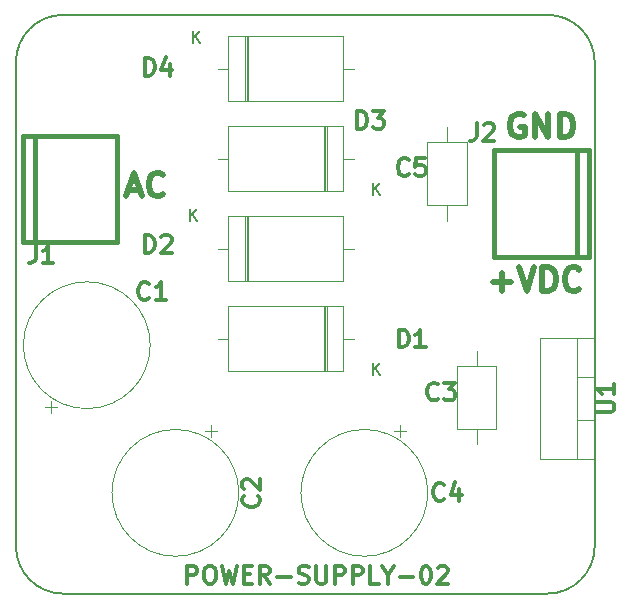
<source format=gbr>
G04 #@! TF.GenerationSoftware,KiCad,Pcbnew,(5.1.5)-3*
G04 #@! TF.CreationDate,2020-10-04T08:20:12-04:00*
G04 #@! TF.ProjectId,MHS-5200A_PwrSupply,4d48532d-3532-4303-9041-5f5077725375,rev?*
G04 #@! TF.SameCoordinates,Original*
G04 #@! TF.FileFunction,Legend,Top*
G04 #@! TF.FilePolarity,Positive*
%FSLAX46Y46*%
G04 Gerber Fmt 4.6, Leading zero omitted, Abs format (unit mm)*
G04 Created by KiCad (PCBNEW (5.1.5)-3) date 2020-10-04 08:20:12*
%MOMM*%
%LPD*%
G04 APERTURE LIST*
%ADD10C,0.500000*%
%ADD11C,0.375000*%
%ADD12C,0.120000*%
%ADD13C,0.381000*%
%ADD14C,0.150000*%
%ADD15C,0.450000*%
G04 APERTURE END LIST*
D10*
X9523809Y-14833333D02*
X10476190Y-14833333D01*
X9333333Y-15404761D02*
X9999999Y-13404761D01*
X10666666Y-15404761D01*
X12476190Y-15214285D02*
X12380952Y-15309523D01*
X12095238Y-15404761D01*
X11904761Y-15404761D01*
X11619047Y-15309523D01*
X11428571Y-15119047D01*
X11333333Y-14928571D01*
X11238095Y-14547619D01*
X11238095Y-14261904D01*
X11333333Y-13880952D01*
X11428571Y-13690476D01*
X11619047Y-13500000D01*
X11904761Y-13404761D01*
X12095238Y-13404761D01*
X12380952Y-13500000D01*
X12476190Y-13595238D01*
X42976190Y-8500000D02*
X42785714Y-8404761D01*
X42500000Y-8404761D01*
X42214285Y-8500000D01*
X42023809Y-8690476D01*
X41928571Y-8880952D01*
X41833333Y-9261904D01*
X41833333Y-9547619D01*
X41928571Y-9928571D01*
X42023809Y-10119047D01*
X42214285Y-10309523D01*
X42500000Y-10404761D01*
X42690476Y-10404761D01*
X42976190Y-10309523D01*
X43071428Y-10214285D01*
X43071428Y-9547619D01*
X42690476Y-9547619D01*
X43928571Y-10404761D02*
X43928571Y-8404761D01*
X45071428Y-10404761D01*
X45071428Y-8404761D01*
X46023809Y-10404761D02*
X46023809Y-8404761D01*
X46500000Y-8404761D01*
X46785714Y-8500000D01*
X46976190Y-8690476D01*
X47071428Y-8880952D01*
X47166666Y-9261904D01*
X47166666Y-9547619D01*
X47071428Y-9928571D01*
X46976190Y-10119047D01*
X46785714Y-10309523D01*
X46500000Y-10404761D01*
X46023809Y-10404761D01*
X40380952Y-22642857D02*
X41904761Y-22642857D01*
X41142857Y-23404761D02*
X41142857Y-21880952D01*
X42571428Y-21404761D02*
X43238095Y-23404761D01*
X43904761Y-21404761D01*
X44571428Y-23404761D02*
X44571428Y-21404761D01*
X45047619Y-21404761D01*
X45333333Y-21500000D01*
X45523809Y-21690476D01*
X45619047Y-21880952D01*
X45714285Y-22261904D01*
X45714285Y-22547619D01*
X45619047Y-22928571D01*
X45523809Y-23119047D01*
X45333333Y-23309523D01*
X45047619Y-23404761D01*
X44571428Y-23404761D01*
X47714285Y-23214285D02*
X47619047Y-23309523D01*
X47333333Y-23404761D01*
X47142857Y-23404761D01*
X46857142Y-23309523D01*
X46666666Y-23119047D01*
X46571428Y-22928571D01*
X46476190Y-22547619D01*
X46476190Y-22261904D01*
X46571428Y-21880952D01*
X46666666Y-21690476D01*
X46857142Y-21500000D01*
X47142857Y-21404761D01*
X47333333Y-21404761D01*
X47619047Y-21500000D01*
X47714285Y-21595238D01*
D11*
X14500000Y-48178571D02*
X14500000Y-46678571D01*
X15071428Y-46678571D01*
X15214285Y-46750000D01*
X15285714Y-46821428D01*
X15357142Y-46964285D01*
X15357142Y-47178571D01*
X15285714Y-47321428D01*
X15214285Y-47392857D01*
X15071428Y-47464285D01*
X14500000Y-47464285D01*
X16285714Y-46678571D02*
X16571428Y-46678571D01*
X16714285Y-46750000D01*
X16857142Y-46892857D01*
X16928571Y-47178571D01*
X16928571Y-47678571D01*
X16857142Y-47964285D01*
X16714285Y-48107142D01*
X16571428Y-48178571D01*
X16285714Y-48178571D01*
X16142857Y-48107142D01*
X16000000Y-47964285D01*
X15928571Y-47678571D01*
X15928571Y-47178571D01*
X16000000Y-46892857D01*
X16142857Y-46750000D01*
X16285714Y-46678571D01*
X17428571Y-46678571D02*
X17785714Y-48178571D01*
X18071428Y-47107142D01*
X18357142Y-48178571D01*
X18714285Y-46678571D01*
X19285714Y-47392857D02*
X19785714Y-47392857D01*
X20000000Y-48178571D02*
X19285714Y-48178571D01*
X19285714Y-46678571D01*
X20000000Y-46678571D01*
X21500000Y-48178571D02*
X21000000Y-47464285D01*
X20642857Y-48178571D02*
X20642857Y-46678571D01*
X21214285Y-46678571D01*
X21357142Y-46750000D01*
X21428571Y-46821428D01*
X21500000Y-46964285D01*
X21500000Y-47178571D01*
X21428571Y-47321428D01*
X21357142Y-47392857D01*
X21214285Y-47464285D01*
X20642857Y-47464285D01*
X22142857Y-47607142D02*
X23285714Y-47607142D01*
X23928571Y-48107142D02*
X24142857Y-48178571D01*
X24500000Y-48178571D01*
X24642857Y-48107142D01*
X24714285Y-48035714D01*
X24785714Y-47892857D01*
X24785714Y-47750000D01*
X24714285Y-47607142D01*
X24642857Y-47535714D01*
X24500000Y-47464285D01*
X24214285Y-47392857D01*
X24071428Y-47321428D01*
X24000000Y-47250000D01*
X23928571Y-47107142D01*
X23928571Y-46964285D01*
X24000000Y-46821428D01*
X24071428Y-46750000D01*
X24214285Y-46678571D01*
X24571428Y-46678571D01*
X24785714Y-46750000D01*
X25428571Y-46678571D02*
X25428571Y-47892857D01*
X25500000Y-48035714D01*
X25571428Y-48107142D01*
X25714285Y-48178571D01*
X26000000Y-48178571D01*
X26142857Y-48107142D01*
X26214285Y-48035714D01*
X26285714Y-47892857D01*
X26285714Y-46678571D01*
X27000000Y-48178571D02*
X27000000Y-46678571D01*
X27571428Y-46678571D01*
X27714285Y-46750000D01*
X27785714Y-46821428D01*
X27857142Y-46964285D01*
X27857142Y-47178571D01*
X27785714Y-47321428D01*
X27714285Y-47392857D01*
X27571428Y-47464285D01*
X27000000Y-47464285D01*
X28500000Y-48178571D02*
X28500000Y-46678571D01*
X29071428Y-46678571D01*
X29214285Y-46750000D01*
X29285714Y-46821428D01*
X29357142Y-46964285D01*
X29357142Y-47178571D01*
X29285714Y-47321428D01*
X29214285Y-47392857D01*
X29071428Y-47464285D01*
X28500000Y-47464285D01*
X30714285Y-48178571D02*
X30000000Y-48178571D01*
X30000000Y-46678571D01*
X31500000Y-47464285D02*
X31500000Y-48178571D01*
X31000000Y-46678571D02*
X31500000Y-47464285D01*
X32000000Y-46678571D01*
X32500000Y-47607142D02*
X33642857Y-47607142D01*
X34642857Y-46678571D02*
X34785714Y-46678571D01*
X34928571Y-46750000D01*
X35000000Y-46821428D01*
X35071428Y-46964285D01*
X35142857Y-47250000D01*
X35142857Y-47607142D01*
X35071428Y-47892857D01*
X35000000Y-48035714D01*
X34928571Y-48107142D01*
X34785714Y-48178571D01*
X34642857Y-48178571D01*
X34500000Y-48107142D01*
X34428571Y-48035714D01*
X34357142Y-47892857D01*
X34285714Y-47607142D01*
X34285714Y-47250000D01*
X34357142Y-46964285D01*
X34428571Y-46821428D01*
X34500000Y-46750000D01*
X34642857Y-46678571D01*
X35714285Y-46821428D02*
X35785714Y-46750000D01*
X35928571Y-46678571D01*
X36285714Y-46678571D01*
X36428571Y-46750000D01*
X36500000Y-46821428D01*
X36571428Y-46964285D01*
X36571428Y-47107142D01*
X36500000Y-47321428D01*
X35642857Y-48178571D01*
X36571428Y-48178571D01*
D12*
X11370000Y-28000000D02*
G75*
G03X11370000Y-28000000I-5370000J0D01*
G01*
X2985000Y-33747133D02*
X2985000Y-32697133D01*
X2460000Y-33222133D02*
X3510000Y-33222133D01*
X17040000Y-35277867D02*
X15990000Y-35277867D01*
X16515000Y-34752867D02*
X16515000Y-35802867D01*
X18870000Y-40500000D02*
G75*
G03X18870000Y-40500000I-5370000J0D01*
G01*
X40670000Y-29770000D02*
X37330000Y-29770000D01*
X37330000Y-29770000D02*
X37330000Y-35110000D01*
X37330000Y-35110000D02*
X40670000Y-35110000D01*
X40670000Y-35110000D02*
X40670000Y-29770000D01*
X39000000Y-28480000D02*
X39000000Y-29770000D01*
X39000000Y-36400000D02*
X39000000Y-35110000D01*
X34870000Y-40500000D02*
G75*
G03X34870000Y-40500000I-5370000J0D01*
G01*
X32515000Y-34752867D02*
X32515000Y-35802867D01*
X33040000Y-35277867D02*
X31990000Y-35277867D01*
X36500000Y-9540000D02*
X36500000Y-10830000D01*
X36500000Y-17460000D02*
X36500000Y-16170000D01*
X34830000Y-10830000D02*
X34830000Y-16170000D01*
X38170000Y-10830000D02*
X34830000Y-10830000D01*
X38170000Y-16170000D02*
X38170000Y-10830000D01*
X34830000Y-16170000D02*
X38170000Y-16170000D01*
X27730000Y-30160000D02*
X27730000Y-24720000D01*
X27730000Y-24720000D02*
X17990000Y-24720000D01*
X17990000Y-24720000D02*
X17990000Y-30160000D01*
X17990000Y-30160000D02*
X27730000Y-30160000D01*
X28640000Y-27440000D02*
X27730000Y-27440000D01*
X17080000Y-27440000D02*
X17990000Y-27440000D01*
X26185000Y-30160000D02*
X26185000Y-24720000D01*
X26065000Y-30160000D02*
X26065000Y-24720000D01*
X26305000Y-30160000D02*
X26305000Y-24720000D01*
X26305000Y-14920000D02*
X26305000Y-9480000D01*
X26065000Y-14920000D02*
X26065000Y-9480000D01*
X26185000Y-14920000D02*
X26185000Y-9480000D01*
X17080000Y-12200000D02*
X17990000Y-12200000D01*
X28640000Y-12200000D02*
X27730000Y-12200000D01*
X17990000Y-14920000D02*
X27730000Y-14920000D01*
X17990000Y-9480000D02*
X17990000Y-14920000D01*
X27730000Y-9480000D02*
X17990000Y-9480000D01*
X27730000Y-14920000D02*
X27730000Y-9480000D01*
X17990000Y-17100000D02*
X17990000Y-22540000D01*
X17990000Y-22540000D02*
X27730000Y-22540000D01*
X27730000Y-22540000D02*
X27730000Y-17100000D01*
X27730000Y-17100000D02*
X17990000Y-17100000D01*
X17080000Y-19820000D02*
X17990000Y-19820000D01*
X28640000Y-19820000D02*
X27730000Y-19820000D01*
X19535000Y-17100000D02*
X19535000Y-22540000D01*
X19655000Y-17100000D02*
X19655000Y-22540000D01*
X19415000Y-17100000D02*
X19415000Y-22540000D01*
X19415000Y-1860000D02*
X19415000Y-7300000D01*
X19655000Y-1860000D02*
X19655000Y-7300000D01*
X19535000Y-1860000D02*
X19535000Y-7300000D01*
X28640000Y-4580000D02*
X27730000Y-4580000D01*
X17080000Y-4580000D02*
X17990000Y-4580000D01*
X27730000Y-1860000D02*
X17990000Y-1860000D01*
X27730000Y-7300000D02*
X27730000Y-1860000D01*
X17990000Y-7300000D02*
X27730000Y-7300000D01*
X17990000Y-1860000D02*
X17990000Y-7300000D01*
D13*
X580000Y-19280000D02*
X8580000Y-19280000D01*
X580000Y-10280000D02*
X8580000Y-10280000D01*
X8580000Y-19280000D02*
X8580000Y-10280000D01*
X1580000Y-19280000D02*
X1580000Y-10280000D01*
X580000Y-19280000D02*
X580000Y-10280000D01*
X48500000Y-11500000D02*
X48500000Y-20500000D01*
X47500000Y-11500000D02*
X47500000Y-20500000D01*
X40500000Y-11500000D02*
X40500000Y-20500000D01*
X48500000Y-20500000D02*
X40500000Y-20500000D01*
X48500000Y-11500000D02*
X40500000Y-11500000D01*
D12*
X48990000Y-27400000D02*
X48990000Y-37640000D01*
X44349000Y-27400000D02*
X44349000Y-37640000D01*
X48990000Y-27400000D02*
X44349000Y-27400000D01*
X48990000Y-37640000D02*
X44349000Y-37640000D01*
X47480000Y-27400000D02*
X47480000Y-37640000D01*
X48990000Y-30670000D02*
X47480000Y-30670000D01*
X48990000Y-34371000D02*
X47480000Y-34371000D01*
D14*
X4000000Y-49030000D02*
X45000000Y-49030000D01*
X0Y-4030000D02*
X0Y-45030000D01*
X45000000Y-30000D02*
X4000000Y-30000D01*
X49000000Y-45030000D02*
X49000000Y-4030000D01*
X0Y-45030000D02*
G75*
G03X4000000Y-49030000I4000000J0D01*
G01*
X45000000Y-49030000D02*
G75*
G03X49000000Y-45030000I0J4000000D01*
G01*
X49000000Y-4030000D02*
G75*
G03X45000000Y-30000I-4000000J0D01*
G01*
X4000000Y-30000D02*
G75*
G03X0Y-4030000I0J-4000000D01*
G01*
D11*
X11250000Y-24035714D02*
X11178571Y-24107142D01*
X10964285Y-24178571D01*
X10821428Y-24178571D01*
X10607142Y-24107142D01*
X10464285Y-23964285D01*
X10392857Y-23821428D01*
X10321428Y-23535714D01*
X10321428Y-23321428D01*
X10392857Y-23035714D01*
X10464285Y-22892857D01*
X10607142Y-22750000D01*
X10821428Y-22678571D01*
X10964285Y-22678571D01*
X11178571Y-22750000D01*
X11250000Y-22821428D01*
X12678571Y-24178571D02*
X11821428Y-24178571D01*
X12250000Y-24178571D02*
X12250000Y-22678571D01*
X12107142Y-22892857D01*
X11964285Y-23035714D01*
X11821428Y-23107142D01*
D15*
D11*
X20535714Y-40750000D02*
X20607142Y-40821428D01*
X20678571Y-41035714D01*
X20678571Y-41178571D01*
X20607142Y-41392857D01*
X20464285Y-41535714D01*
X20321428Y-41607142D01*
X20035714Y-41678571D01*
X19821428Y-41678571D01*
X19535714Y-41607142D01*
X19392857Y-41535714D01*
X19250000Y-41392857D01*
X19178571Y-41178571D01*
X19178571Y-41035714D01*
X19250000Y-40821428D01*
X19321428Y-40750000D01*
X19321428Y-40178571D02*
X19250000Y-40107142D01*
X19178571Y-39964285D01*
X19178571Y-39607142D01*
X19250000Y-39464285D01*
X19321428Y-39392857D01*
X19464285Y-39321428D01*
X19607142Y-39321428D01*
X19821428Y-39392857D01*
X20678571Y-40250000D01*
X20678571Y-39321428D01*
D15*
D11*
X35750000Y-32535714D02*
X35678571Y-32607142D01*
X35464285Y-32678571D01*
X35321428Y-32678571D01*
X35107142Y-32607142D01*
X34964285Y-32464285D01*
X34892857Y-32321428D01*
X34821428Y-32035714D01*
X34821428Y-31821428D01*
X34892857Y-31535714D01*
X34964285Y-31392857D01*
X35107142Y-31250000D01*
X35321428Y-31178571D01*
X35464285Y-31178571D01*
X35678571Y-31250000D01*
X35750000Y-31321428D01*
X36250000Y-31178571D02*
X37178571Y-31178571D01*
X36678571Y-31750000D01*
X36892857Y-31750000D01*
X37035714Y-31821428D01*
X37107142Y-31892857D01*
X37178571Y-32035714D01*
X37178571Y-32392857D01*
X37107142Y-32535714D01*
X37035714Y-32607142D01*
X36892857Y-32678571D01*
X36464285Y-32678571D01*
X36321428Y-32607142D01*
X36250000Y-32535714D01*
D15*
D11*
X36250000Y-41035714D02*
X36178571Y-41107142D01*
X35964285Y-41178571D01*
X35821428Y-41178571D01*
X35607142Y-41107142D01*
X35464285Y-40964285D01*
X35392857Y-40821428D01*
X35321428Y-40535714D01*
X35321428Y-40321428D01*
X35392857Y-40035714D01*
X35464285Y-39892857D01*
X35607142Y-39750000D01*
X35821428Y-39678571D01*
X35964285Y-39678571D01*
X36178571Y-39750000D01*
X36250000Y-39821428D01*
X37535714Y-40178571D02*
X37535714Y-41178571D01*
X37178571Y-39607142D02*
X36821428Y-40678571D01*
X37750000Y-40678571D01*
D15*
D11*
X33250000Y-13535714D02*
X33178571Y-13607142D01*
X32964285Y-13678571D01*
X32821428Y-13678571D01*
X32607142Y-13607142D01*
X32464285Y-13464285D01*
X32392857Y-13321428D01*
X32321428Y-13035714D01*
X32321428Y-12821428D01*
X32392857Y-12535714D01*
X32464285Y-12392857D01*
X32607142Y-12250000D01*
X32821428Y-12178571D01*
X32964285Y-12178571D01*
X33178571Y-12250000D01*
X33250000Y-12321428D01*
X34607142Y-12178571D02*
X33892857Y-12178571D01*
X33821428Y-12892857D01*
X33892857Y-12821428D01*
X34035714Y-12750000D01*
X34392857Y-12750000D01*
X34535714Y-12821428D01*
X34607142Y-12892857D01*
X34678571Y-13035714D01*
X34678571Y-13392857D01*
X34607142Y-13535714D01*
X34535714Y-13607142D01*
X34392857Y-13678571D01*
X34035714Y-13678571D01*
X33892857Y-13607142D01*
X33821428Y-13535714D01*
D15*
D11*
X32392857Y-28178571D02*
X32392857Y-26678571D01*
X32750000Y-26678571D01*
X32964285Y-26750000D01*
X33107142Y-26892857D01*
X33178571Y-27035714D01*
X33250000Y-27321428D01*
X33250000Y-27535714D01*
X33178571Y-27821428D01*
X33107142Y-27964285D01*
X32964285Y-28107142D01*
X32750000Y-28178571D01*
X32392857Y-28178571D01*
X34678571Y-28178571D02*
X33821428Y-28178571D01*
X34250000Y-28178571D02*
X34250000Y-26678571D01*
X34107142Y-26892857D01*
X33964285Y-27035714D01*
X33821428Y-27107142D01*
D15*
D14*
X30218095Y-30492380D02*
X30218095Y-29492380D01*
X30789523Y-30492380D02*
X30360952Y-29920952D01*
X30789523Y-29492380D02*
X30218095Y-30063809D01*
D11*
X10892857Y-20178571D02*
X10892857Y-18678571D01*
X11250000Y-18678571D01*
X11464285Y-18750000D01*
X11607142Y-18892857D01*
X11678571Y-19035714D01*
X11750000Y-19321428D01*
X11750000Y-19535714D01*
X11678571Y-19821428D01*
X11607142Y-19964285D01*
X11464285Y-20107142D01*
X11250000Y-20178571D01*
X10892857Y-20178571D01*
X12321428Y-18821428D02*
X12392857Y-18750000D01*
X12535714Y-18678571D01*
X12892857Y-18678571D01*
X13035714Y-18750000D01*
X13107142Y-18821428D01*
X13178571Y-18964285D01*
X13178571Y-19107142D01*
X13107142Y-19321428D01*
X12250000Y-20178571D01*
X13178571Y-20178571D01*
D15*
D14*
X30218095Y-15252380D02*
X30218095Y-14252380D01*
X30789523Y-15252380D02*
X30360952Y-14680952D01*
X30789523Y-14252380D02*
X30218095Y-14823809D01*
D11*
X28892857Y-9678571D02*
X28892857Y-8178571D01*
X29250000Y-8178571D01*
X29464285Y-8250000D01*
X29607142Y-8392857D01*
X29678571Y-8535714D01*
X29750000Y-8821428D01*
X29750000Y-9035714D01*
X29678571Y-9321428D01*
X29607142Y-9464285D01*
X29464285Y-9607142D01*
X29250000Y-9678571D01*
X28892857Y-9678571D01*
X30250000Y-8178571D02*
X31178571Y-8178571D01*
X30678571Y-8750000D01*
X30892857Y-8750000D01*
X31035714Y-8821428D01*
X31107142Y-8892857D01*
X31178571Y-9035714D01*
X31178571Y-9392857D01*
X31107142Y-9535714D01*
X31035714Y-9607142D01*
X30892857Y-9678571D01*
X30464285Y-9678571D01*
X30321428Y-9607142D01*
X30250000Y-9535714D01*
D15*
D14*
X14738095Y-17452380D02*
X14738095Y-16452380D01*
X15309523Y-17452380D02*
X14880952Y-16880952D01*
X15309523Y-16452380D02*
X14738095Y-17023809D01*
D11*
X10892857Y-5178571D02*
X10892857Y-3678571D01*
X11250000Y-3678571D01*
X11464285Y-3750000D01*
X11607142Y-3892857D01*
X11678571Y-4035714D01*
X11750000Y-4321428D01*
X11750000Y-4535714D01*
X11678571Y-4821428D01*
X11607142Y-4964285D01*
X11464285Y-5107142D01*
X11250000Y-5178571D01*
X10892857Y-5178571D01*
X13035714Y-4178571D02*
X13035714Y-5178571D01*
X12678571Y-3607142D02*
X12321428Y-4678571D01*
X13250000Y-4678571D01*
D15*
D14*
X14978095Y-2432380D02*
X14978095Y-1432380D01*
X15549523Y-2432380D02*
X15120952Y-1860952D01*
X15549523Y-1432380D02*
X14978095Y-2003809D01*
D11*
X1660000Y-19553571D02*
X1660000Y-20625000D01*
X1588571Y-20839285D01*
X1445714Y-20982142D01*
X1231428Y-21053571D01*
X1088571Y-21053571D01*
X3160000Y-21053571D02*
X2302857Y-21053571D01*
X2731428Y-21053571D02*
X2731428Y-19553571D01*
X2588571Y-19767857D01*
X2445714Y-19910714D01*
X2302857Y-19982142D01*
D15*
D11*
X39000000Y-9178571D02*
X39000000Y-10250000D01*
X38928571Y-10464285D01*
X38785714Y-10607142D01*
X38571428Y-10678571D01*
X38428571Y-10678571D01*
X39642857Y-9321428D02*
X39714285Y-9250000D01*
X39857142Y-9178571D01*
X40214285Y-9178571D01*
X40357142Y-9250000D01*
X40428571Y-9321428D01*
X40500000Y-9464285D01*
X40500000Y-9607142D01*
X40428571Y-9821428D01*
X39571428Y-10678571D01*
X40500000Y-10678571D01*
D15*
D11*
X49168571Y-33662857D02*
X50382857Y-33662857D01*
X50525714Y-33591428D01*
X50597142Y-33520000D01*
X50668571Y-33377142D01*
X50668571Y-33091428D01*
X50597142Y-32948571D01*
X50525714Y-32877142D01*
X50382857Y-32805714D01*
X49168571Y-32805714D01*
X50668571Y-31305714D02*
X50668571Y-32162857D01*
X50668571Y-31734285D02*
X49168571Y-31734285D01*
X49382857Y-31877142D01*
X49525714Y-32020000D01*
X49597142Y-32162857D01*
D15*
D11*
X49168571Y-33662857D02*
X50382857Y-33662857D01*
X50525714Y-33591428D01*
X50597142Y-33520000D01*
X50668571Y-33377142D01*
X50668571Y-33091428D01*
X50597142Y-32948571D01*
X50525714Y-32877142D01*
X50382857Y-32805714D01*
X49168571Y-32805714D01*
X50668571Y-31305714D02*
X50668571Y-32162857D01*
X50668571Y-31734285D02*
X49168571Y-31734285D01*
X49382857Y-31877142D01*
X49525714Y-32020000D01*
X49597142Y-32162857D01*
D15*
M02*

</source>
